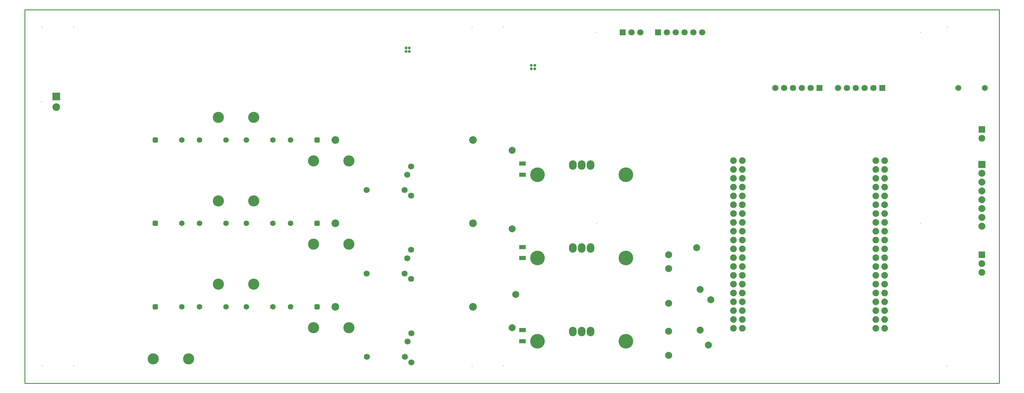
<source format=gbs>
G04 Layer_Color=16711935*
%FSLAX43Y43*%
%MOMM*%
G71*
G01*
G75*
%ADD43C,0.254*%
%ADD100R,1.903X1.203*%
%ADD108O,2.203X2.703*%
%ADD109C,2.203*%
%ADD110C,3.203*%
%ADD111C,1.803*%
%ADD112R,1.803X1.803*%
%ADD113C,1.703*%
%ADD114C,1.727*%
%ADD118C,1.903*%
%ADD119C,1.953*%
%ADD120R,1.953X1.953*%
%ADD121C,4.203*%
%ADD122R,0.203X0.203*%
%ADD123R,2.203X2.203*%
%ADD124R,2.003X2.003*%
%ADD125C,2.003*%
%ADD126C,1.603*%
G04:AMPARAMS|DCode=127|XSize=1.603mm|YSize=1.603mm|CornerRadius=0.452mm|HoleSize=0mm|Usage=FLASHONLY|Rotation=180.000|XOffset=0mm|YOffset=0mm|HoleType=Round|Shape=RoundedRectangle|*
%AMROUNDEDRECTD127*
21,1,1.603,0.700,0,0,180.0*
21,1,0.700,1.603,0,0,180.0*
1,1,0.903,-0.350,0.350*
1,1,0.903,0.350,0.350*
1,1,0.903,0.350,-0.350*
1,1,0.903,-0.350,-0.350*
%
%ADD127ROUNDEDRECTD127*%
%ADD128C,0.803*%
%ADD129C,0.203*%
D43*
X0Y0D02*
X280000D01*
Y107500D01*
X0D02*
X280000D01*
X0Y0D02*
Y107500D01*
D100*
X143000Y60000D02*
D03*
Y63200D02*
D03*
Y36000D02*
D03*
Y39200D02*
D03*
Y12100D02*
D03*
Y15300D02*
D03*
D108*
X162550Y14900D02*
D03*
X160000D02*
D03*
X157450D02*
D03*
X162550Y62800D02*
D03*
X160000D02*
D03*
X157450D02*
D03*
Y38900D02*
D03*
X160000D02*
D03*
X162550D02*
D03*
D109*
X89250Y22000D02*
D03*
X128750D02*
D03*
X9000Y79500D02*
D03*
X89250Y70000D02*
D03*
X128750D02*
D03*
X89250Y46000D02*
D03*
X128750D02*
D03*
D110*
X65780Y76500D02*
D03*
X55620D02*
D03*
X47080Y7000D02*
D03*
X36920D02*
D03*
X82920Y16000D02*
D03*
X93080D02*
D03*
Y40000D02*
D03*
X82920D02*
D03*
X93080Y64000D02*
D03*
X82920D02*
D03*
X65780Y28500D02*
D03*
X55620D02*
D03*
X65780Y52500D02*
D03*
X55620D02*
D03*
D111*
X215650Y85000D02*
D03*
X220730D02*
D03*
X225810D02*
D03*
X223270D02*
D03*
X218190D02*
D03*
X174290Y101000D02*
D03*
X176830D02*
D03*
X192070Y101000D02*
D03*
X186990D02*
D03*
X184450D02*
D03*
X189530D02*
D03*
X194610D02*
D03*
X233650Y85000D02*
D03*
X238730D02*
D03*
X243810D02*
D03*
X241270D02*
D03*
X236190D02*
D03*
D112*
X228350Y85000D02*
D03*
X171750Y101000D02*
D03*
X181910Y101000D02*
D03*
X246350Y85000D02*
D03*
D113*
X275800Y85000D02*
D03*
X268200D02*
D03*
D114*
X111100Y14380D02*
D03*
X109220Y7570D02*
D03*
X98300D02*
D03*
X109980Y11970D02*
D03*
X111100Y6000D02*
D03*
X111000Y62380D02*
D03*
X109120Y55570D02*
D03*
X98200D02*
D03*
X109880Y59970D02*
D03*
X111000Y54000D02*
D03*
X98200Y31570D02*
D03*
X111000Y30000D02*
D03*
X109120Y31570D02*
D03*
X109880Y35970D02*
D03*
X111000Y38380D02*
D03*
D118*
X203560Y64100D02*
D03*
Y61560D02*
D03*
Y59020D02*
D03*
Y56480D02*
D03*
Y53940D02*
D03*
Y51400D02*
D03*
Y48860D02*
D03*
Y46320D02*
D03*
Y43780D02*
D03*
Y41240D02*
D03*
Y38700D02*
D03*
Y36160D02*
D03*
Y33620D02*
D03*
Y31080D02*
D03*
Y28540D02*
D03*
Y26000D02*
D03*
Y23460D02*
D03*
Y20920D02*
D03*
Y18380D02*
D03*
Y15840D02*
D03*
X206100Y64100D02*
D03*
Y61560D02*
D03*
Y59020D02*
D03*
Y56480D02*
D03*
Y53940D02*
D03*
Y51400D02*
D03*
Y48860D02*
D03*
Y46320D02*
D03*
Y43780D02*
D03*
Y41240D02*
D03*
Y38700D02*
D03*
Y36160D02*
D03*
Y33620D02*
D03*
Y31080D02*
D03*
Y28540D02*
D03*
Y26000D02*
D03*
Y23460D02*
D03*
Y20920D02*
D03*
Y18380D02*
D03*
Y15840D02*
D03*
X247000D02*
D03*
Y18380D02*
D03*
Y20920D02*
D03*
Y23460D02*
D03*
Y26000D02*
D03*
Y28540D02*
D03*
Y31080D02*
D03*
Y33620D02*
D03*
Y36160D02*
D03*
Y38700D02*
D03*
Y41240D02*
D03*
Y43780D02*
D03*
Y46320D02*
D03*
Y48860D02*
D03*
Y51400D02*
D03*
Y53940D02*
D03*
Y56480D02*
D03*
Y59020D02*
D03*
Y61560D02*
D03*
Y64100D02*
D03*
X244460Y15840D02*
D03*
Y18380D02*
D03*
Y20920D02*
D03*
Y23460D02*
D03*
Y26000D02*
D03*
Y28540D02*
D03*
Y31080D02*
D03*
Y33620D02*
D03*
Y36160D02*
D03*
Y38700D02*
D03*
Y41240D02*
D03*
Y43780D02*
D03*
Y46320D02*
D03*
Y48860D02*
D03*
Y51400D02*
D03*
Y53940D02*
D03*
Y56480D02*
D03*
Y59020D02*
D03*
Y61560D02*
D03*
Y64100D02*
D03*
D119*
X275000Y31920D02*
D03*
Y34460D02*
D03*
Y70460D02*
D03*
D120*
Y37000D02*
D03*
Y73000D02*
D03*
D121*
X172700Y60000D02*
D03*
X147300D02*
D03*
X172700Y12100D02*
D03*
X147300D02*
D03*
X172700Y36000D02*
D03*
X147300D02*
D03*
D122*
X4680Y81000D02*
D03*
D123*
X9000Y82500D02*
D03*
D124*
X275000Y63000D02*
D03*
D125*
X194000Y15300D02*
D03*
X141000Y25500D02*
D03*
X194000Y27000D02*
D03*
X140000Y67000D02*
D03*
X193000Y39000D02*
D03*
X140000Y44400D02*
D03*
X185000Y33000D02*
D03*
X140000Y16000D02*
D03*
X185000Y37000D02*
D03*
Y8000D02*
D03*
X196400Y11000D02*
D03*
X185000Y23000D02*
D03*
X197100Y24000D02*
D03*
X185000Y15000D02*
D03*
X275000Y60460D02*
D03*
Y57920D02*
D03*
Y55380D02*
D03*
Y52840D02*
D03*
Y50300D02*
D03*
Y47760D02*
D03*
Y45220D02*
D03*
D126*
X63680Y22000D02*
D03*
X71300D02*
D03*
X76380D02*
D03*
X45120Y70000D02*
D03*
X50200D02*
D03*
X57820D02*
D03*
X63680Y70000D02*
D03*
X71300D02*
D03*
X76380D02*
D03*
X45120Y46000D02*
D03*
X50200D02*
D03*
X57820D02*
D03*
X63680Y46000D02*
D03*
X71300D02*
D03*
X76380D02*
D03*
X45120Y22000D02*
D03*
X50200D02*
D03*
X57820D02*
D03*
D127*
X84000Y22000D02*
D03*
X37500Y70000D02*
D03*
X84000Y70000D02*
D03*
X37500Y46000D02*
D03*
X84000Y46000D02*
D03*
X37500Y22000D02*
D03*
D128*
X145500Y91500D02*
D03*
X146500D02*
D03*
X145500Y90500D02*
D03*
X146500D02*
D03*
X110500Y95500D02*
D03*
X109500D02*
D03*
X110500Y96500D02*
D03*
X109500D02*
D03*
D129*
X5000Y5000D02*
D03*
X14000Y102500D02*
D03*
X164250Y46000D02*
D03*
X128500Y5000D02*
D03*
X14000D02*
D03*
X128500Y102500D02*
D03*
X5000D02*
D03*
X137500D02*
D03*
X265000D02*
D03*
Y5000D02*
D03*
X137500Y5000D02*
D03*
X164250Y101000D02*
D03*
X257250D02*
D03*
X257270Y46000D02*
D03*
M02*

</source>
